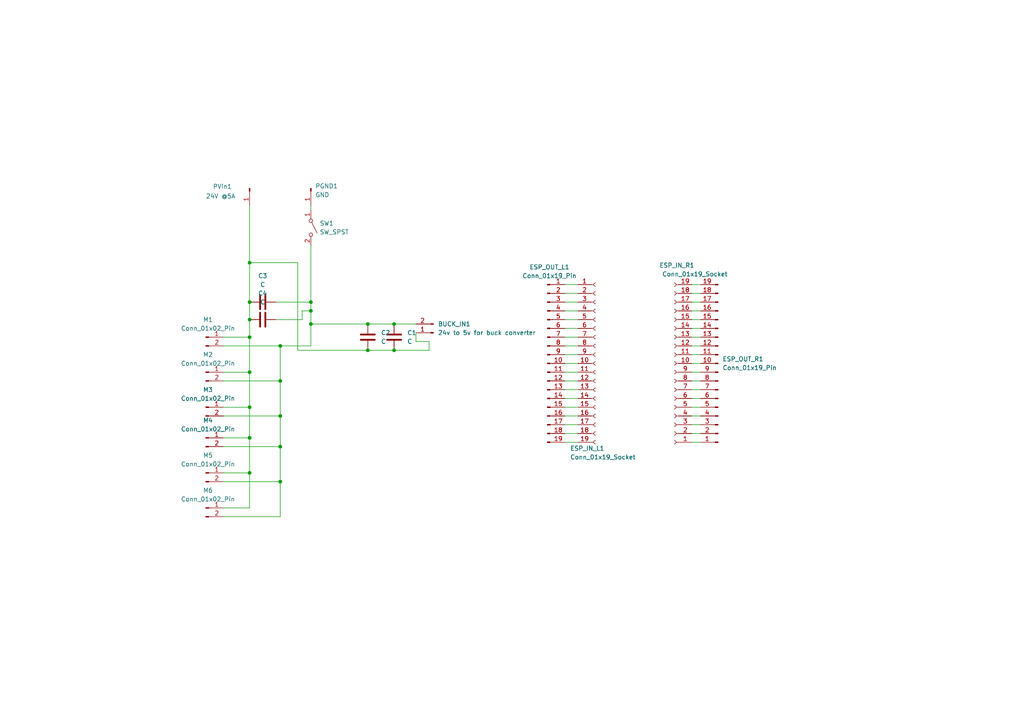
<source format=kicad_sch>
(kicad_sch (version 20231120) (generator "eeschema") (generator_version "8.0")
  (paper "A4")
  (lib_symbols
    (symbol "Connector:Conn_01x01_Pin" (pin_names (offset 1.016) hide)
      (property "Reference" "J" (at 0 2.54 0))
      (property "Value" "Conn_01x01_Pin" (at 0 -2.54 0))
      (symbol "Conn_01x01_Pin_1_1"
        (polyline (pts (xy 1.27 0) (xy 0.8636 0)) (stroke (width 0.1524)))
        (rectangle (start 0.8636 0.127) (end 0 -0.127) (stroke (width 0.1524)) (fill (type outline)))
        (pin passive line (at 5.08 0 180) (length 3.81) (name "Pin_1") (number "1"))
      )
    )
    (symbol "Connector:Conn_01x02_Pin" (pin_names (offset 1.016) hide)
      (property "Reference" "J" (at 0 2.54 0))
      (property "Value" "Conn_01x02_Pin" (at 0 -5.08 0))
      (symbol "Conn_01x02_Pin_1_1"
        (polyline (pts (xy 1.27 -2.54) (xy 0.8636 -2.54)) (stroke (width 0.1524)))
        (polyline (pts (xy 1.27 0) (xy 0.8636 0)) (stroke (width 0.1524)))
        (rectangle (start 0.8636 -2.413) (end 0 -2.667) (stroke (width 0.1524)) (fill (type outline)))
        (rectangle (start 0.8636 0.127) (end 0 -0.127) (stroke (width 0.1524)) (fill (type outline)))
        (pin passive line (at 5.08 0 180) (length 3.81) (name "Pin_1") (number "1"))
        (pin passive line (at 5.08 -2.54 180) (length 3.81) (name "Pin_2") (number "2"))
      )
    )
    (symbol "Connector:Conn_01x19_Pin" (pin_names (offset 1.016) hide)
      (property "Reference" "J" (at 0 25.4 0))
      (property "Value" "Conn_01x19_Pin" (at 0 -25.4 0))
      (symbol "Conn_01x19_Pin_1_1"
        (polyline (pts (xy 1.27 -22.86) (xy 0.8636 -22.86)) (stroke (width 0.1524)))
        (polyline (pts (xy 1.27 -20.32) (xy 0.8636 -20.32)) (stroke (width 0.1524)))
        (polyline (pts (xy 1.27 -17.78) (xy 0.8636 -17.78)) (stroke (width 0.1524)))
        (polyline (pts (xy 1.27 -15.24) (xy 0.8636 -15.24)) (stroke (width 0.1524)))
        (polyline (pts (xy 1.27 -12.7) (xy 0.8636 -12.7)) (stroke (width 0.1524)))
        (polyline (pts (xy 1.27 -10.16) (xy 0.8636 -10.16)) (stroke (width 0.1524)))
        (polyline (pts (xy 1.27 -7.62) (xy 0.8636 -7.62)) (stroke (width 0.1524)))
        (polyline (pts (xy 1.27 -5.08) (xy 0.8636 -5.08)) (stroke (width 0.1524)))
        (polyline (pts (xy 1.27 -2.54) (xy 0.8636 -2.54)) (stroke (width 0.1524)))
        (polyline (pts (xy 1.27 0) (xy 0.8636 0)) (stroke (width 0.1524)))
        (polyline (pts (xy 1.27 2.54) (xy 0.8636 2.54)) (stroke (width 0.1524)))
        (polyline (pts (xy 1.27 5.08) (xy 0.8636 5.08)) (stroke (width 0.1524)))
        (polyline (pts (xy 1.27 7.62) (xy 0.8636 7.62)) (stroke (width 0.1524)))
        (polyline (pts (xy 1.27 10.16) (xy 0.8636 10.16)) (stroke (width 0.1524)))
        (polyline (pts (xy 1.27 12.7) (xy 0.8636 12.7)) (stroke (width 0.1524)))
        (polyline (pts (xy 1.27 15.24) (xy 0.8636 15.24)) (stroke (width 0.1524)))
        (polyline (pts (xy 1.27 17.78) (xy 0.8636 17.78)) (stroke (width 0.1524)))
        (polyline (pts (xy 1.27 20.32) (xy 0.8636 20.32)) (stroke (width 0.1524)))
        (polyline (pts (xy 1.27 22.86) (xy 0.8636 22.86)) (stroke (width 0.1524)))
        (rectangle (start 0.8636 -22.733) (end 0 -22.987) (stroke (width 0.1524)) (fill (type outline)))
        (rectangle (start 0.8636 -20.193) (end 0 -20.447) (stroke (width 0.1524)) (fill (type outline)))
        (rectangle (start 0.8636 -17.653) (end 0 -17.907) (stroke (width 0.1524)) (fill (type outline)))
        (rectangle (start 0.8636 -15.113) (end 0 -15.367) (stroke (width 0.1524)) (fill (type outline)))
        (rectangle (start 0.8636 -12.573) (end 0 -12.827) (stroke (width 0.1524)) (fill (type outline)))
        (rectangle (start 0.8636 -10.033) (end 0 -10.287) (stroke (width 0.1524)) (fill (type outline)))
        (rectangle (start 0.8636 -7.493) (end 0 -7.747) (stroke (width 0.1524)) (fill (type outline)))
        (rectangle (start 0.8636 -4.953) (end 0 -5.207) (stroke (width 0.1524)) (fill (type outline)))
        (rectangle (start 0.8636 -2.413) (end 0 -2.667) (stroke (width 0.1524)) (fill (type outline)))
        (rectangle (start 0.8636 0.127) (end 0 -0.127) (stroke (width 0.1524)) (fill (type outline)))
        (rectangle (start 0.8636 2.667) (end 0 2.413) (stroke (width 0.1524)) (fill (type outline)))
        (rectangle (start 0.8636 5.207) (end 0 4.953) (stroke (width 0.1524)) (fill (type outline)))
        (rectangle (start 0.8636 7.747) (end 0 7.493) (stroke (width 0.1524)) (fill (type outline)))
        (rectangle (start 0.8636 10.287) (end 0 10.033) (stroke (width 0.1524)) (fill (type outline)))
        (rectangle (start 0.8636 12.827) (end 0 12.573) (stroke (width 0.1524)) (fill (type outline)))
        (rectangle (start 0.8636 15.367) (end 0 15.113) (stroke (width 0.1524)) (fill (type outline)))
        (rectangle (start 0.8636 17.907) (end 0 17.653) (stroke (width 0.1524)) (fill (type outline)))
        (rectangle (start 0.8636 20.447) (end 0 20.193) (stroke (width 0.1524)) (fill (type outline)))
        (rectangle (start 0.8636 22.987) (end 0 22.733) (stroke (width 0.1524)) (fill (type outline)))
        (pin passive line (at 5.08 22.86 180) (length 3.81) (name "Pin_1") (number "1"))
        (pin passive line (at 5.08 0 180) (length 3.81) (name "Pin_10") (number "10"))
        (pin passive line (at 5.08 -2.54 180) (length 3.81) (name "Pin_11") (number "11"))
        (pin passive line (at 5.08 -5.08 180) (length 3.81) (name "Pin_12") (number "12"))
        (pin passive line (at 5.08 -7.62 180) (length 3.81) (name "Pin_13") (number "13"))
        (pin passive line (at 5.08 -10.16 180) (length 3.81) (name "Pin_14") (number "14"))
        (pin passive line (at 5.08 -12.7 180) (length 3.81) (name "Pin_15") (number "15"))
        (pin passive line (at 5.08 -15.24 180) (length 3.81) (name "Pin_16") (number "16"))
        (pin passive line (at 5.08 -17.78 180) (length 3.81) (name "Pin_17") (number "17"))
        (pin passive line (at 5.08 -20.32 180) (length 3.81) (name "Pin_18") (number "18"))
        (pin passive line (at 5.08 -22.86 180) (length 3.81) (name "Pin_19") (number "19"))
        (pin passive line (at 5.08 20.32 180) (length 3.81) (name "Pin_2") (number "2"))
        (pin passive line (at 5.08 17.78 180) (length 3.81) (name "Pin_3") (number "3"))
        (pin passive line (at 5.08 15.24 180) (length 3.81) (name "Pin_4") (number "4"))
        (pin passive line (at 5.08 12.7 180) (length 3.81) (name "Pin_5") (number "5"))
        (pin passive line (at 5.08 10.16 180) (length 3.81) (name "Pin_6") (number "6"))
        (pin passive line (at 5.08 7.62 180) (length 3.81) (name "Pin_7") (number "7"))
        (pin passive line (at 5.08 5.08 180) (length 3.81) (name "Pin_8") (number "8"))
        (pin passive line (at 5.08 2.54 180) (length 3.81) (name "Pin_9") (number "9"))
      )
    )
    (symbol "Connector:Conn_01x19_Socket" (pin_names (offset 1.016) hide)
      (property "Reference" "J" (at 0 25.4 0))
      (property "Value" "Conn_01x19_Socket" (at 0 -25.4 0))
      (symbol "Conn_01x19_Socket_1_1"
        (arc (start 0 -22.352) (mid -0.5058 -22.86) (end 0 -23.368) (stroke (width 0.1524)))
        (arc (start 0 -19.812) (mid -0.5058 -20.32) (end 0 -20.828) (stroke (width 0.1524)))
        (arc (start 0 -17.272) (mid -0.5058 -17.78) (end 0 -18.288) (stroke (width 0.1524)))
        (arc (start 0 -14.732) (mid -0.5058 -15.24) (end 0 -15.748) (stroke (width 0.1524)))
        (arc (start 0 -12.192) (mid -0.5058 -12.7) (end 0 -13.208) (stroke (width 0.1524)))
        (arc (start 0 -9.652) (mid -0.5058 -10.16) (end 0 -10.668) (stroke (width 0.1524)))
        (arc (start 0 -7.112) (mid -0.5058 -7.62) (end 0 -8.128) (stroke (width 0.1524)))
        (arc (start 0 -4.572) (mid -0.5058 -5.08) (end 0 -5.588) (stroke (width 0.1524)))
        (arc (start 0 -2.032) (mid -0.5058 -2.54) (end 0 -3.048) (stroke (width 0.1524)))
        (polyline (pts (xy -1.27 -22.86) (xy -0.508 -22.86)) (stroke (width 0.1524)))
        (polyline (pts (xy -1.27 -20.32) (xy -0.508 -20.32)) (stroke (width 0.1524)))
        (polyline (pts (xy -1.27 -17.78) (xy -0.508 -17.78)) (stroke (width 0.1524)))
        (polyline (pts (xy -1.27 -15.24) (xy -0.508 -15.24)) (stroke (width 0.1524)))
        (polyline (pts (xy -1.27 -12.7) (xy -0.508 -12.7)) (stroke (width 0.1524)))
        (polyline (pts (xy -1.27 -10.16) (xy -0.508 -10.16)) (stroke (width 0.1524)))
        (polyline (pts (xy -1.27 -7.62) (xy -0.508 -7.62)) (stroke (width 0.1524)))
        (polyline (pts (xy -1.27 -5.08) (xy -0.508 -5.08)) (stroke (width 0.1524)))
        (polyline (pts (xy -1.27 -2.54) (xy -0.508 -2.54)) (stroke (width 0.1524)))
        (polyline (pts (xy -1.27 0) (xy -0.508 0)) (stroke (width 0.1524)))
        (polyline (pts (xy -1.27 2.54) (xy -0.508 2.54)) (stroke (width 0.1524)))
        (polyline (pts (xy -1.27 5.08) (xy -0.508 5.08)) (stroke (width 0.1524)))
        (polyline (pts (xy -1.27 7.62) (xy -0.508 7.62)) (stroke (width 0.1524)))
        (polyline (pts (xy -1.27 10.16) (xy -0.508 10.16)) (stroke (width 0.1524)))
        (polyline (pts (xy -1.27 12.7) (xy -0.508 12.7)) (stroke (width 0.1524)))
        (polyline (pts (xy -1.27 15.24) (xy -0.508 15.24)) (stroke (width 0.1524)))
        (polyline (pts (xy -1.27 17.78) (xy -0.508 17.78)) (stroke (width 0.1524)))
        (polyline (pts (xy -1.27 20.32) (xy -0.508 20.32)) (stroke (width 0.1524)))
        (polyline (pts (xy -1.27 22.86) (xy -0.508 22.86)) (stroke (width 0.1524)))
        (arc (start 0 0.508) (mid -0.5058 0) (end 0 -0.508) (stroke (width 0.1524)))
        (arc (start 0 3.048) (mid -0.5058 2.54) (end 0 2.032) (stroke (width 0.1524)))
        (arc (start 0 5.588) (mid -0.5058 5.08) (end 0 4.572) (stroke (width 0.1524)))
        (arc (start 0 8.128) (mid -0.5058 7.62) (end 0 7.112) (stroke (width 0.1524)))
        (arc (start 0 10.668) (mid -0.5058 10.16) (end 0 9.652) (stroke (width 0.1524)))
        (arc (start 0 13.208) (mid -0.5058 12.7) (end 0 12.192) (stroke (width 0.1524)))
        (arc (start 0 15.748) (mid -0.5058 15.24) (end 0 14.732) (stroke (width 0.1524)))
        (arc (start 0 18.288) (mid -0.5058 17.78) (end 0 17.272) (stroke (width 0.1524)))
        (arc (start 0 20.828) (mid -0.5058 20.32) (end 0 19.812) (stroke (width 0.1524)))
        (arc (start 0 23.368) (mid -0.5058 22.86) (end 0 22.352) (stroke (width 0.1524)))
        (pin passive line (at -5.08 22.86 0) (length 3.81) (name "Pin_1") (number "1"))
        (pin passive line (at -5.08 0 0) (length 3.81) (name "Pin_10") (number "10"))
        (pin passive line (at -5.08 -2.54 0) (length 3.81) (name "Pin_11") (number "11"))
        (pin passive line (at -5.08 -5.08 0) (length 3.81) (name "Pin_12") (number "12"))
        (pin passive line (at -5.08 -7.62 0) (length 3.81) (name "Pin_13") (number "13"))
        (pin passive line (at -5.08 -10.16 0) (length 3.81) (name "Pin_14") (number "14"))
        (pin passive line (at -5.08 -12.7 0) (length 3.81) (name "Pin_15") (number "15"))
        (pin passive line (at -5.08 -15.24 0) (length 3.81) (name "Pin_16") (number "16"))
        (pin passive line (at -5.08 -17.78 0) (length 3.81) (name "Pin_17") (number "17"))
        (pin passive line (at -5.08 -20.32 0) (length 3.81) (name "Pin_18") (number "18"))
        (pin passive line (at -5.08 -22.86 0) (length 3.81) (name "Pin_19") (number "19"))
        (pin passive line (at -5.08 20.32 0) (length 3.81) (name "Pin_2") (number "2"))
        (pin passive line (at -5.08 17.78 0) (length 3.81) (name "Pin_3") (number "3"))
        (pin passive line (at -5.08 15.24 0) (length 3.81) (name "Pin_4") (number "4"))
        (pin passive line (at -5.08 12.7 0) (length 3.81) (name "Pin_5") (number "5"))
        (pin passive line (at -5.08 10.16 0) (length 3.81) (name "Pin_6") (number "6"))
        (pin passive line (at -5.08 7.62 0) (length 3.81) (name "Pin_7") (number "7"))
        (pin passive line (at -5.08 5.08 0) (length 3.81) (name "Pin_8") (number "8"))
        (pin passive line (at -5.08 2.54 0) (length 3.81) (name "Pin_9") (number "9"))
      )
    )
    (symbol "Device:C" (pin_numbers hide) (pin_names (offset 0.254))
      (property "Reference" "C" (at 0.635 2.54 0))
      (property "Value" "C" (at 0.635 -2.54 0))
      (symbol "C_0_1"
        (polyline (pts (xy -2.032 -0.762) (xy 2.032 -0.762)) (stroke (width 0.508)))
        (polyline (pts (xy -2.032 0.762) (xy 2.032 0.762)) (stroke (width 0.508)))
      )
      (symbol "C_1_1"
        (pin passive line (at 0 3.81 270) (length 2.794) (name "~") (number "1"))
        (pin passive line (at 0 -3.81 90) (length 2.794) (name "~") (number "2"))
      )
    )
    (symbol "Switch:SW_SPST" (pin_names (offset 0) hide)
      (property "Reference" "SW" (at 0 3.175 0))
      (property "Value" "SW_SPST" (at 0 -2.54 0))
      (symbol "SW_SPST_0_0"
        (circle (center -2.032 0) (radius 0.508))
        (polyline (pts (xy -1.524 0.254) (xy 1.524 1.778)))
        (circle (center 2.032 0) (radius 0.508))
      )
      (symbol "SW_SPST_1_1"
        (pin passive line (at -5.08 0 0) (length 2.54) (name "A") (number "1"))
        (pin passive line (at 5.08 0 180) (length 2.54) (name "B") (number "2"))
      )
    )
  )
  (junction (at 72.39 127))
  (junction (at 90.17 87.63))
  (junction (at 81.28 129.54))
  (junction (at 72.39 76.2))
  (junction (at 106.68 93.98))
  (junction (at 90.17 93.98))
  (junction (at 114.3 93.98))
  (junction (at 106.68 101.6))
  (junction (at 81.28 120.65))
  (junction (at 72.39 87.63))
  (junction (at 81.28 110.49))
  (junction (at 72.39 107.95))
  (junction (at 114.3 101.6))
  (junction (at 81.28 139.7))
  (junction (at 90.17 90.17))
  (junction (at 72.39 97.79))
  (junction (at 72.39 118.11))
  (junction (at 81.28 100.33))
  (junction (at 72.39 137.16))
  (junction (at 72.39 92.71))
  (wire (pts (xy 124.46 99.06) (xy 120.65 99.06)))
  (wire (pts (xy 90.17 59.69) (xy 90.17 60.96)))
  (wire (pts (xy 86.36 76.2) (xy 72.39 76.2)))
  (wire (pts (xy 200.66 120.65) (xy 203.2 120.65)))
  (wire (pts (xy 167.64 82.55) (xy 163.83 82.55)))
  (wire (pts (xy 167.64 97.79) (xy 163.83 97.79)))
  (wire (pts (xy 167.64 95.25) (xy 163.83 95.25)))
  (wire (pts (xy 167.64 125.73) (xy 163.83 125.73)))
  (wire (pts (xy 167.64 128.27) (xy 163.83 128.27)))
  (wire (pts (xy 167.64 85.09) (xy 163.83 85.09)))
  (wire (pts (xy 167.64 110.49) (xy 163.83 110.49)))
  (wire (pts (xy 64.77 100.33) (xy 81.28 100.33)))
  (wire (pts (xy 72.39 137.16) (xy 72.39 147.32)))
  (wire (pts (xy 90.17 100.33) (xy 81.28 100.33)))
  (wire (pts (xy 86.36 101.6) (xy 86.36 76.2)))
  (wire (pts (xy 64.77 129.54) (xy 81.28 129.54)))
  (wire (pts (xy 87.63 92.71) (xy 87.63 90.17)))
  (wire (pts (xy 167.64 123.19) (xy 163.83 123.19)))
  (wire (pts (xy 72.39 118.11) (xy 72.39 127)))
  (wire (pts (xy 80.01 92.71) (xy 87.63 92.71)))
  (wire (pts (xy 167.64 113.03) (xy 163.83 113.03)))
  (wire (pts (xy 64.77 107.95) (xy 72.39 107.95)))
  (wire (pts (xy 72.39 107.95) (xy 72.39 118.11)))
  (wire (pts (xy 80.01 87.63) (xy 90.17 87.63)))
  (wire (pts (xy 90.17 90.17) (xy 90.17 93.98)))
  (wire (pts (xy 81.28 110.49) (xy 81.28 120.65)))
  (wire (pts (xy 200.66 115.57) (xy 203.2 115.57)))
  (wire (pts (xy 87.63 90.17) (xy 90.17 90.17)))
  (wire (pts (xy 200.66 90.17) (xy 203.2 90.17)))
  (wire (pts (xy 64.77 97.79) (xy 72.39 97.79)))
  (wire (pts (xy 72.39 92.71) (xy 72.39 97.79)))
  (wire (pts (xy 81.28 139.7) (xy 81.28 149.86)))
  (wire (pts (xy 106.68 101.6) (xy 114.3 101.6)))
  (wire (pts (xy 200.66 82.55) (xy 203.2 82.55)))
  (wire (pts (xy 106.68 93.98) (xy 90.17 93.98)))
  (wire (pts (xy 167.64 107.95) (xy 163.83 107.95)))
  (wire (pts (xy 167.64 90.17) (xy 163.83 90.17)))
  (wire (pts (xy 167.64 87.63) (xy 163.83 87.63)))
  (wire (pts (xy 72.39 59.69) (xy 72.39 76.2)))
  (wire (pts (xy 72.39 76.2) (xy 72.39 87.63)))
  (wire (pts (xy 72.39 127) (xy 72.39 137.16)))
  (wire (pts (xy 167.64 115.57) (xy 163.83 115.57)))
  (wire (pts (xy 64.77 137.16) (xy 72.39 137.16)))
  (wire (pts (xy 81.28 120.65) (xy 81.28 129.54)))
  (wire (pts (xy 81.28 100.33) (xy 81.28 110.49)))
  (wire (pts (xy 106.68 101.6) (xy 86.36 101.6)))
  (wire (pts (xy 81.28 129.54) (xy 81.28 139.7)))
  (wire (pts (xy 120.65 93.98) (xy 114.3 93.98)))
  (wire (pts (xy 200.66 118.11) (xy 203.2 118.11)))
  (wire (pts (xy 200.66 92.71) (xy 203.2 92.71)))
  (wire (pts (xy 200.66 107.95) (xy 203.2 107.95)))
  (wire (pts (xy 200.66 87.63) (xy 203.2 87.63)))
  (wire (pts (xy 167.64 102.87) (xy 163.83 102.87)))
  (wire (pts (xy 200.66 110.49) (xy 203.2 110.49)))
  (wire (pts (xy 200.66 123.19) (xy 203.2 123.19)))
  (wire (pts (xy 90.17 87.63) (xy 90.17 90.17)))
  (wire (pts (xy 114.3 101.6) (xy 124.46 101.6)))
  (wire (pts (xy 167.64 118.11) (xy 163.83 118.11)))
  (wire (pts (xy 64.77 120.65) (xy 81.28 120.65)))
  (wire (pts (xy 200.66 128.27) (xy 203.2 128.27)))
  (wire (pts (xy 200.66 95.25) (xy 203.2 95.25)))
  (wire (pts (xy 200.66 105.41) (xy 203.2 105.41)))
  (wire (pts (xy 72.39 87.63) (xy 72.39 92.71)))
  (wire (pts (xy 64.77 127) (xy 72.39 127)))
  (wire (pts (xy 124.46 101.6) (xy 124.46 99.06)))
  (wire (pts (xy 64.77 147.32) (xy 72.39 147.32)))
  (wire (pts (xy 64.77 139.7) (xy 81.28 139.7)))
  (wire (pts (xy 200.66 125.73) (xy 203.2 125.73)))
  (wire (pts (xy 64.77 149.86) (xy 81.28 149.86)))
  (wire (pts (xy 200.66 113.03) (xy 203.2 113.03)))
  (wire (pts (xy 64.77 110.49) (xy 81.28 110.49)))
  (wire (pts (xy 200.66 100.33) (xy 203.2 100.33)))
  (wire (pts (xy 167.64 100.33) (xy 163.83 100.33)))
  (wire (pts (xy 90.17 71.12) (xy 90.17 87.63)))
  (wire (pts (xy 72.39 97.79) (xy 72.39 107.95)))
  (wire (pts (xy 114.3 93.98) (xy 106.68 93.98)))
  (wire (pts (xy 200.66 97.79) (xy 203.2 97.79)))
  (wire (pts (xy 167.64 120.65) (xy 163.83 120.65)))
  (wire (pts (xy 90.17 93.98) (xy 90.17 100.33)))
  (wire (pts (xy 120.65 99.06) (xy 120.65 96.52)))
  (wire (pts (xy 64.77 118.11) (xy 72.39 118.11)))
  (wire (pts (xy 167.64 92.71) (xy 163.83 92.71)))
  (wire (pts (xy 200.66 102.87) (xy 203.2 102.87)))
  (wire (pts (xy 200.66 85.09) (xy 203.2 85.09)))
  (wire (pts (xy 167.64 105.41) (xy 163.83 105.41)))
  (symbol (lib_id "Connector:Conn_01x19_Socket") (at 195.58 105.41 180) (unit 1)
    (property "Reference" "ESP_IN_R1" (at 201.422 76.962 0) (effects (justify left)))
    (property "Value" "Conn_01x19_Socket" (at 211.074 79.502 0) (effects (justify left)))
    (property "Footprint" "Connector_PinHeader_2.54mm:PinHeader_1x19_P2.54mm_Vertical" (effects (hide yes)))
    (property "Description" "Generic connector, single row, 01x19, script generated" (effects (hide yes)))
  )
  (symbol (lib_id "Connector:Conn_01x01_Pin") (at 72.39 54.61 270) (unit 1)
    (property "Reference" "PVin1" (at 61.722 54.102 90) (effects (justify left)))
    (property "Value" "24V @5A" (at 59.69 56.896 90) (effects (justify left)))
    (property "Footprint" "Connector_PinHeader_2.54mm:PinHeader_1x01_P2.54mm_Vertical" (effects (hide yes)))
    (property "Description" "Generic connector, single row, 01x01, script generated" (effects (hide yes)))
  )
  (symbol (lib_id "Connector:Conn_01x19_Pin") (at 208.28 105.41 180) (unit 1)
    (property "Reference" "ESP_OUT_R1" (at 209.55 104.1399 0) (effects (justify right)))
    (property "Value" "Conn_01x19_Pin" (at 209.55 106.6799 0) (effects (justify right)))
    (property "Footprint" "Connector_PinHeader_2.54mm:PinHeader_1x19_P2.54mm_Vertical" (effects (hide yes)))
    (property "Description" "Generic connector, single row, 01x19, script generated" (effects (hide yes)))
  )
  (symbol (lib_id "Device:C") (at 76.2 87.63 90) (unit 1)
    (property "Reference" "C3" (at 76.2 80.01 90))
    (property "Value" "C" (at 76.2 82.55 90))
    (property "Description" "Unpolarized capacitor" (effects (hide yes)))
  )
  (symbol (lib_id "Connector:Conn_01x02_Pin") (at 59.69 147.32 0) (unit 1)
    (property "Reference" "M6" (at 60.325 142.24 0))
    (property "Value" "Conn_01x02_Pin" (at 60.325 144.78 0))
    (property "Footprint" "Connector_PinHeader_2.54mm:PinHeader_1x02_P2.54mm_Vertical" (effects (hide yes)))
    (property "Description" "Generic connector, single row, 01x02, script generated" (effects (hide yes)))
  )
  (symbol (lib_id "Connector:Conn_01x02_Pin") (at 59.69 127 0) (unit 1)
    (property "Reference" "M4" (at 60.325 121.92 0))
    (property "Value" "Conn_01x02_Pin" (at 60.325 124.46 0))
    (property "Footprint" "Connector_PinHeader_2.54mm:PinHeader_1x02_P2.54mm_Vertical" (effects (hide yes)))
    (property "Description" "Generic connector, single row, 01x02, script generated" (effects (hide yes)))
  )
  (symbol (lib_id "Connector:Conn_01x19_Pin") (at 158.75 105.41 0) (unit 1)
    (property "Reference" "ESP_OUT_L1" (at 159.385 77.47 0))
    (property "Value" "Conn_01x19_Pin" (at 159.385 80.01 0))
    (property "Footprint" "Connector_PinHeader_2.54mm:PinHeader_1x19_P2.54mm_Vertical" (effects (hide yes)))
    (property "Description" "Generic connector, single row, 01x19, script generated" (effects (hide yes)))
  )
  (symbol (lib_id "Device:C") (at 114.3 97.79 0) (unit 1)
    (property "Reference" "C1" (at 118.11 96.5199 0) (effects (justify left)))
    (property "Value" "C" (at 118.11 99.0599 0) (effects (justify left)))
    (property "Description" "Unpolarized capacitor" (effects (hide yes)))
  )
  (symbol (lib_id "Switch:SW_SPST") (at 90.17 66.04 270) (unit 1)
    (property "Reference" "SW1" (at 92.71 64.7699 90) (effects (justify left)))
    (property "Value" "SW_SPST" (at 92.71 67.3099 90) (effects (justify left)))
    (property "Footprint" "Connector_PinHeader_2.54mm:PinHeader_1x02_P2.54mm_Vertical" (effects (hide yes)))
    (property "Description" "Single Pole Single Throw (SPST) switch" (effects (hide yes)))
  )
  (symbol (lib_id "Device:C") (at 106.68 97.79 0) (unit 1)
    (property "Reference" "C2" (at 110.49 96.5199 0) (effects (justify left)))
    (property "Value" "C" (at 110.49 99.0599 0) (effects (justify left)))
    (property "Description" "Unpolarized capacitor" (effects (hide yes)))
  )
  (symbol (lib_id "Connector:Conn_01x02_Pin") (at 125.73 96.52 180) (unit 1)
    (property "Reference" "BUCK_IN1" (at 127 93.9799 0) (effects (justify right)))
    (property "Value" "24v to 5v for buck converter" (at 127 96.5199 0) (effects (justify right)))
    (property "Footprint" "Connector_PinHeader_2.54mm:PinHeader_1x02_P2.54mm_Vertical" (effects (hide yes)))
    (property "Description" "Generic connector, single row, 01x02, script generated" (effects (hide yes)))
  )
  (symbol (lib_id "Device:C") (at 76.2 92.71 90) (unit 1)
    (property "Reference" "C4" (at 76.2 85.09 90))
    (property "Value" "C" (at 76.2 87.63 90))
    (property "Description" "Unpolarized capacitor" (effects (hide yes)))
  )
  (symbol (lib_id "Connector:Conn_01x01_Pin") (at 90.17 54.61 270) (unit 1)
    (property "Reference" "PGND1" (at 91.44 53.9749 90) (effects (justify left)))
    (property "Value" "GND" (at 91.44 56.5149 90) (effects (justify left)))
    (property "Footprint" "Connector_PinHeader_2.54mm:PinHeader_1x01_P2.54mm_Vertical" (effects (hide yes)))
    (property "Description" "Generic connector, single row, 01x01, script generated" (effects (hide yes)))
  )
  (symbol (lib_id "Connector:Conn_01x02_Pin") (at 59.69 118.11 0) (unit 1)
    (property "Reference" "M3" (at 60.325 113.03 0))
    (property "Value" "Conn_01x02_Pin" (at 60.325 115.57 0))
    (property "Footprint" "Connector_PinHeader_2.54mm:PinHeader_1x02_P2.54mm_Vertical" (effects (hide yes)))
    (property "Description" "Generic connector, single row, 01x02, script generated" (effects (hide yes)))
  )
  (symbol (lib_id "Connector:Conn_01x02_Pin") (at 59.69 137.16 0) (unit 1)
    (property "Reference" "M5" (at 60.325 132.08 0))
    (property "Value" "Conn_01x02_Pin" (at 60.325 134.62 0))
    (property "Footprint" "Connector_PinHeader_2.54mm:PinHeader_1x02_P2.54mm_Vertical" (effects (hide yes)))
    (property "Description" "Generic connector, single row, 01x02, script generated" (effects (hide yes)))
  )
  (symbol (lib_id "Connector:Conn_01x02_Pin") (at 59.69 97.79 0) (unit 1)
    (property "Reference" "M1" (at 60.325 92.71 0))
    (property "Value" "Conn_01x02_Pin" (at 60.325 95.25 0))
    (property "Footprint" "Connector_PinHeader_2.54mm:PinHeader_1x02_P2.54mm_Vertical" (effects (hide yes)))
    (property "Description" "Generic connector, single row, 01x02, script generated" (effects (hide yes)))
  )
  (symbol (lib_id "Connector:Conn_01x19_Socket") (at 172.72 105.41 0) (unit 1)
    (property "Reference" "ESP_IN_L1" (at 165.354 130.048 0) (effects (justify left)))
    (property "Value" "Conn_01x19_Socket" (at 165.354 132.588 0) (effects (justify left)))
    (property "Footprint" "Connector_PinHeader_2.54mm:PinHeader_1x19_P2.54mm_Vertical" (effects (hide yes)))
    (property "Description" "Generic connector, single row, 01x19, script generated" (effects (hide yes)))
  )
  (symbol (lib_id "Connector:Conn_01x02_Pin") (at 59.69 107.95 0) (unit 1)
    (property "Reference" "M2" (at 60.325 102.87 0))
    (property "Value" "Conn_01x02_Pin" (at 60.325 105.41 0))
    (property "Footprint" "Connector_PinHeader_2.54mm:PinHeader_1x02_P2.54mm_Vertical" (effects (hide yes)))
    (property "Description" "Generic connector, single row, 01x02, script generated" (effects (hide yes)))
  )
)
</source>
